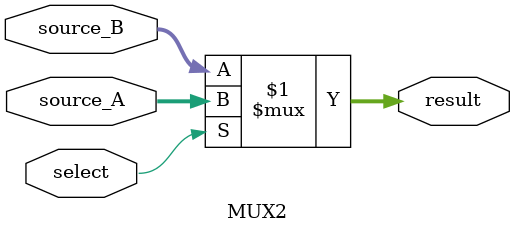
<source format=v>
`timescale 1ns / 1ps

module MUX2(
    input select,
    input [31:0] source_A,
    input [31:0] source_B,
    output [31:0] result
    );

    assign result = select? source_A: source_B;
    
endmodule
</source>
